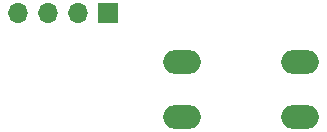
<source format=gbr>
%TF.GenerationSoftware,KiCad,Pcbnew,8.0.3*%
%TF.CreationDate,2024-06-07T01:51:14+12:00*%
%TF.ProjectId,toggle_switch_breakout,746f6767-6c65-45f7-9377-697463685f62,0.1.0*%
%TF.SameCoordinates,Original*%
%TF.FileFunction,Soldermask,Top*%
%TF.FilePolarity,Negative*%
%FSLAX46Y46*%
G04 Gerber Fmt 4.6, Leading zero omitted, Abs format (unit mm)*
G04 Created by KiCad (PCBNEW 8.0.3) date 2024-06-07 01:51:14*
%MOMM*%
%LPD*%
G01*
G04 APERTURE LIST*
%ADD10O,3.200000X2.000000*%
%ADD11R,1.700000X1.700000*%
%ADD12O,1.700000X1.700000*%
G04 APERTURE END LIST*
D10*
%TO.C,SW2*%
X120100000Y-64500000D03*
X120100000Y-69200000D03*
%TD*%
D11*
%TO.C,J1*%
X103800000Y-60385200D03*
D12*
X101260000Y-60385200D03*
X98720000Y-60385200D03*
X96180000Y-60385200D03*
%TD*%
D10*
%TO.C,SW1*%
X110100000Y-64500000D03*
X110100000Y-69200000D03*
%TD*%
M02*

</source>
